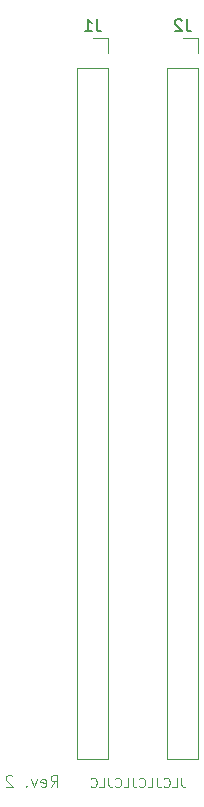
<source format=gbr>
G04 #@! TF.GenerationSoftware,KiCad,Pcbnew,8.0.4+dfsg-1*
G04 #@! TF.CreationDate,2025-02-23T17:26:57+09:00*
G04 #@! TF.ProjectId,bionic-tms99105,62696f6e-6963-42d7-946d-733939313035,2*
G04 #@! TF.SameCoordinates,Original*
G04 #@! TF.FileFunction,Legend,Bot*
G04 #@! TF.FilePolarity,Positive*
%FSLAX46Y46*%
G04 Gerber Fmt 4.6, Leading zero omitted, Abs format (unit mm)*
G04 Created by KiCad (PCBNEW 8.0.4+dfsg-1) date 2025-02-23 17:26:57*
%MOMM*%
%LPD*%
G01*
G04 APERTURE LIST*
%ADD10C,0.100000*%
%ADD11C,0.125000*%
%ADD12C,0.150000*%
%ADD13C,0.120000*%
G04 APERTURE END LIST*
D10*
X117395238Y-136406895D02*
X117395238Y-136978323D01*
X117395238Y-136978323D02*
X117433333Y-137092609D01*
X117433333Y-137092609D02*
X117509524Y-137168800D01*
X117509524Y-137168800D02*
X117623809Y-137206895D01*
X117623809Y-137206895D02*
X117700000Y-137206895D01*
X116633333Y-137206895D02*
X117014285Y-137206895D01*
X117014285Y-137206895D02*
X117014285Y-136406895D01*
X115909523Y-137130704D02*
X115947619Y-137168800D01*
X115947619Y-137168800D02*
X116061904Y-137206895D01*
X116061904Y-137206895D02*
X116138095Y-137206895D01*
X116138095Y-137206895D02*
X116252381Y-137168800D01*
X116252381Y-137168800D02*
X116328571Y-137092609D01*
X116328571Y-137092609D02*
X116366666Y-137016419D01*
X116366666Y-137016419D02*
X116404762Y-136864038D01*
X116404762Y-136864038D02*
X116404762Y-136749752D01*
X116404762Y-136749752D02*
X116366666Y-136597371D01*
X116366666Y-136597371D02*
X116328571Y-136521180D01*
X116328571Y-136521180D02*
X116252381Y-136444990D01*
X116252381Y-136444990D02*
X116138095Y-136406895D01*
X116138095Y-136406895D02*
X116061904Y-136406895D01*
X116061904Y-136406895D02*
X115947619Y-136444990D01*
X115947619Y-136444990D02*
X115909523Y-136483085D01*
X115338095Y-136406895D02*
X115338095Y-136978323D01*
X115338095Y-136978323D02*
X115376190Y-137092609D01*
X115376190Y-137092609D02*
X115452381Y-137168800D01*
X115452381Y-137168800D02*
X115566666Y-137206895D01*
X115566666Y-137206895D02*
X115642857Y-137206895D01*
X114576190Y-137206895D02*
X114957142Y-137206895D01*
X114957142Y-137206895D02*
X114957142Y-136406895D01*
X113852380Y-137130704D02*
X113890476Y-137168800D01*
X113890476Y-137168800D02*
X114004761Y-137206895D01*
X114004761Y-137206895D02*
X114080952Y-137206895D01*
X114080952Y-137206895D02*
X114195238Y-137168800D01*
X114195238Y-137168800D02*
X114271428Y-137092609D01*
X114271428Y-137092609D02*
X114309523Y-137016419D01*
X114309523Y-137016419D02*
X114347619Y-136864038D01*
X114347619Y-136864038D02*
X114347619Y-136749752D01*
X114347619Y-136749752D02*
X114309523Y-136597371D01*
X114309523Y-136597371D02*
X114271428Y-136521180D01*
X114271428Y-136521180D02*
X114195238Y-136444990D01*
X114195238Y-136444990D02*
X114080952Y-136406895D01*
X114080952Y-136406895D02*
X114004761Y-136406895D01*
X114004761Y-136406895D02*
X113890476Y-136444990D01*
X113890476Y-136444990D02*
X113852380Y-136483085D01*
X113280952Y-136406895D02*
X113280952Y-136978323D01*
X113280952Y-136978323D02*
X113319047Y-137092609D01*
X113319047Y-137092609D02*
X113395238Y-137168800D01*
X113395238Y-137168800D02*
X113509523Y-137206895D01*
X113509523Y-137206895D02*
X113585714Y-137206895D01*
X112519047Y-137206895D02*
X112899999Y-137206895D01*
X112899999Y-137206895D02*
X112899999Y-136406895D01*
X111795237Y-137130704D02*
X111833333Y-137168800D01*
X111833333Y-137168800D02*
X111947618Y-137206895D01*
X111947618Y-137206895D02*
X112023809Y-137206895D01*
X112023809Y-137206895D02*
X112138095Y-137168800D01*
X112138095Y-137168800D02*
X112214285Y-137092609D01*
X112214285Y-137092609D02*
X112252380Y-137016419D01*
X112252380Y-137016419D02*
X112290476Y-136864038D01*
X112290476Y-136864038D02*
X112290476Y-136749752D01*
X112290476Y-136749752D02*
X112252380Y-136597371D01*
X112252380Y-136597371D02*
X112214285Y-136521180D01*
X112214285Y-136521180D02*
X112138095Y-136444990D01*
X112138095Y-136444990D02*
X112023809Y-136406895D01*
X112023809Y-136406895D02*
X111947618Y-136406895D01*
X111947618Y-136406895D02*
X111833333Y-136444990D01*
X111833333Y-136444990D02*
X111795237Y-136483085D01*
X111223809Y-136406895D02*
X111223809Y-136978323D01*
X111223809Y-136978323D02*
X111261904Y-137092609D01*
X111261904Y-137092609D02*
X111338095Y-137168800D01*
X111338095Y-137168800D02*
X111452380Y-137206895D01*
X111452380Y-137206895D02*
X111528571Y-137206895D01*
X110461904Y-137206895D02*
X110842856Y-137206895D01*
X110842856Y-137206895D02*
X110842856Y-136406895D01*
X109738094Y-137130704D02*
X109776190Y-137168800D01*
X109776190Y-137168800D02*
X109890475Y-137206895D01*
X109890475Y-137206895D02*
X109966666Y-137206895D01*
X109966666Y-137206895D02*
X110080952Y-137168800D01*
X110080952Y-137168800D02*
X110157142Y-137092609D01*
X110157142Y-137092609D02*
X110195237Y-137016419D01*
X110195237Y-137016419D02*
X110233333Y-136864038D01*
X110233333Y-136864038D02*
X110233333Y-136749752D01*
X110233333Y-136749752D02*
X110195237Y-136597371D01*
X110195237Y-136597371D02*
X110157142Y-136521180D01*
X110157142Y-136521180D02*
X110080952Y-136444990D01*
X110080952Y-136444990D02*
X109966666Y-136406895D01*
X109966666Y-136406895D02*
X109890475Y-136406895D01*
X109890475Y-136406895D02*
X109776190Y-136444990D01*
X109776190Y-136444990D02*
X109738094Y-136483085D01*
D11*
X106331240Y-137181119D02*
X106664573Y-136704928D01*
X106902668Y-137181119D02*
X106902668Y-136181119D01*
X106902668Y-136181119D02*
X106521716Y-136181119D01*
X106521716Y-136181119D02*
X106426478Y-136228738D01*
X106426478Y-136228738D02*
X106378859Y-136276357D01*
X106378859Y-136276357D02*
X106331240Y-136371595D01*
X106331240Y-136371595D02*
X106331240Y-136514452D01*
X106331240Y-136514452D02*
X106378859Y-136609690D01*
X106378859Y-136609690D02*
X106426478Y-136657309D01*
X106426478Y-136657309D02*
X106521716Y-136704928D01*
X106521716Y-136704928D02*
X106902668Y-136704928D01*
X105521716Y-137133500D02*
X105616954Y-137181119D01*
X105616954Y-137181119D02*
X105807430Y-137181119D01*
X105807430Y-137181119D02*
X105902668Y-137133500D01*
X105902668Y-137133500D02*
X105950287Y-137038261D01*
X105950287Y-137038261D02*
X105950287Y-136657309D01*
X105950287Y-136657309D02*
X105902668Y-136562071D01*
X105902668Y-136562071D02*
X105807430Y-136514452D01*
X105807430Y-136514452D02*
X105616954Y-136514452D01*
X105616954Y-136514452D02*
X105521716Y-136562071D01*
X105521716Y-136562071D02*
X105474097Y-136657309D01*
X105474097Y-136657309D02*
X105474097Y-136752547D01*
X105474097Y-136752547D02*
X105950287Y-136847785D01*
X105140763Y-136514452D02*
X104902668Y-137181119D01*
X104902668Y-137181119D02*
X104664573Y-136514452D01*
X104283620Y-137085880D02*
X104236001Y-137133500D01*
X104236001Y-137133500D02*
X104283620Y-137181119D01*
X104283620Y-137181119D02*
X104331239Y-137133500D01*
X104331239Y-137133500D02*
X104283620Y-137085880D01*
X104283620Y-137085880D02*
X104283620Y-137181119D01*
X103093144Y-136276357D02*
X103045525Y-136228738D01*
X103045525Y-136228738D02*
X102950287Y-136181119D01*
X102950287Y-136181119D02*
X102712192Y-136181119D01*
X102712192Y-136181119D02*
X102616954Y-136228738D01*
X102616954Y-136228738D02*
X102569335Y-136276357D01*
X102569335Y-136276357D02*
X102521716Y-136371595D01*
X102521716Y-136371595D02*
X102521716Y-136466833D01*
X102521716Y-136466833D02*
X102569335Y-136609690D01*
X102569335Y-136609690D02*
X103140763Y-137181119D01*
X103140763Y-137181119D02*
X102521716Y-137181119D01*
D12*
X117843333Y-72204819D02*
X117843333Y-72919104D01*
X117843333Y-72919104D02*
X117890952Y-73061961D01*
X117890952Y-73061961D02*
X117986190Y-73157200D01*
X117986190Y-73157200D02*
X118129047Y-73204819D01*
X118129047Y-73204819D02*
X118224285Y-73204819D01*
X117414761Y-72300057D02*
X117367142Y-72252438D01*
X117367142Y-72252438D02*
X117271904Y-72204819D01*
X117271904Y-72204819D02*
X117033809Y-72204819D01*
X117033809Y-72204819D02*
X116938571Y-72252438D01*
X116938571Y-72252438D02*
X116890952Y-72300057D01*
X116890952Y-72300057D02*
X116843333Y-72395295D01*
X116843333Y-72395295D02*
X116843333Y-72490533D01*
X116843333Y-72490533D02*
X116890952Y-72633390D01*
X116890952Y-72633390D02*
X117462380Y-73204819D01*
X117462380Y-73204819D02*
X116843333Y-73204819D01*
X110223333Y-72204819D02*
X110223333Y-72919104D01*
X110223333Y-72919104D02*
X110270952Y-73061961D01*
X110270952Y-73061961D02*
X110366190Y-73157200D01*
X110366190Y-73157200D02*
X110509047Y-73204819D01*
X110509047Y-73204819D02*
X110604285Y-73204819D01*
X109223333Y-73204819D02*
X109794761Y-73204819D01*
X109509047Y-73204819D02*
X109509047Y-72204819D01*
X109509047Y-72204819D02*
X109604285Y-72347676D01*
X109604285Y-72347676D02*
X109699523Y-72442914D01*
X109699523Y-72442914D02*
X109794761Y-72490533D01*
D13*
X117510000Y-73750000D02*
X118840000Y-73750000D01*
X118840000Y-73750000D02*
X118840000Y-75080000D01*
X118840000Y-134830000D02*
X118840000Y-76350000D01*
X116180000Y-76350000D02*
X118840000Y-76350000D01*
X116180000Y-134830000D02*
X118840000Y-134830000D01*
X116180000Y-134830000D02*
X116180000Y-76350000D01*
X109890000Y-73750000D02*
X111220000Y-73750000D01*
X111220000Y-73750000D02*
X111220000Y-75080000D01*
X111220000Y-134830000D02*
X111220000Y-76350000D01*
X108560000Y-76350000D02*
X111220000Y-76350000D01*
X108560000Y-134830000D02*
X111220000Y-134830000D01*
X108560000Y-134830000D02*
X108560000Y-76350000D01*
M02*

</source>
